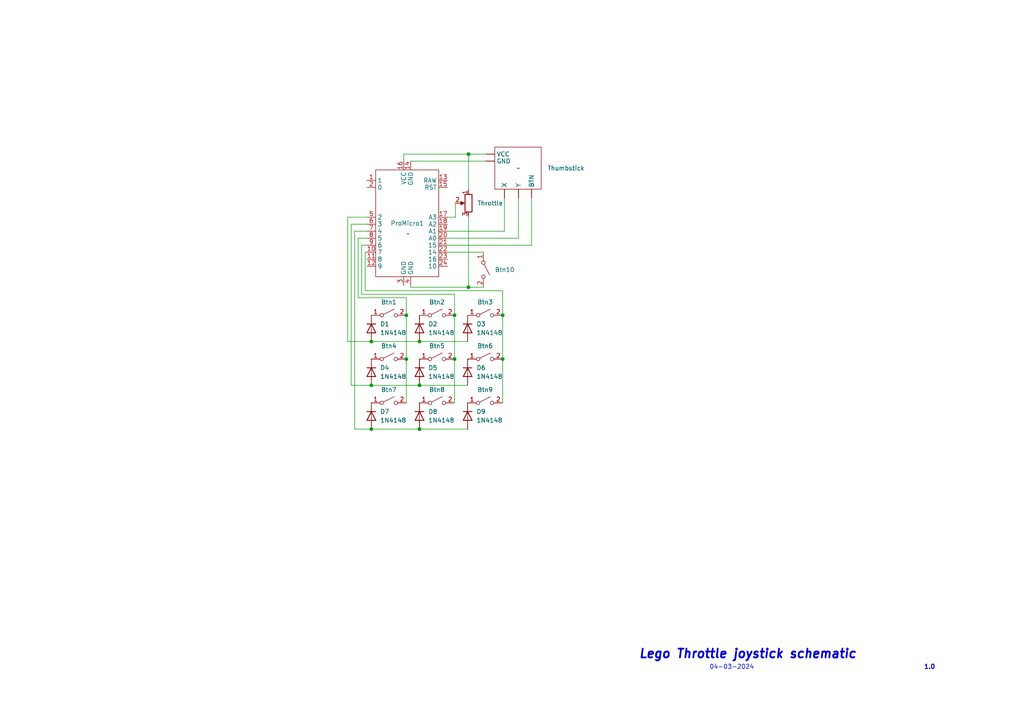
<source format=kicad_sch>
(kicad_sch (version 20230121) (generator eeschema)
  (paper "A4")
  (lib_symbols
    (symbol "Arduino:Arduino_Pro_Micro"
      (property "Reference" "ProMicro" (at 0 0 0))
      (symbol "Arduino_Pro_Micro_0_1"
        (rectangle (start -9.144 15.494) (end 9.144 -15.494))
      )
      (symbol "Arduino_Pro_Micro_1_1"
        (pin bidirectional line (at -11.684 12.446 0) (length 2.54) (name "1") (number "1"))
        (pin bidirectional line (at -11.684 -8.382 0) (length 2.54) (name "7") (number "10"))
        (pin bidirectional line (at -11.684 -10.414 0) (length 2.54) (name "8") (number "11"))
        (pin bidirectional line (at -11.684 -12.446 0) (length 2.54) (name "9") (number "12"))
        (pin input line (at 11.684 12.446 180) (length 2.54) (name "RAW") (number "13"))
        (pin bidirectional line (at 1.016 18.034 270) (length 2.54) (name "GND") (number "14"))
        (pin input line (at 11.684 10.414 180) (length 2.54) (name "RST") (number "15"))
        (pin bidirectional line (at -1.016 18.034 270) (length 2.54) (name "VCC") (number "16"))
        (pin bidirectional line (at 11.684 1.778 180) (length 2.54) (name "A3") (number "17"))
        (pin bidirectional line (at 11.684 -0.254 180) (length 2.54) (name "A2") (number "18"))
        (pin bidirectional line (at 11.684 -2.286 180) (length 2.54) (name "A1") (number "19"))
        (pin bidirectional line (at -11.684 10.414 0) (length 2.54) (name "0") (number "2"))
        (pin bidirectional line (at 11.684 -4.318 180) (length 2.54) (name "A0") (number "20"))
        (pin bidirectional line (at 11.684 -6.35 180) (length 2.54) (name "15") (number "21"))
        (pin bidirectional line (at 11.684 -8.382 180) (length 2.54) (name "14") (number "22"))
        (pin bidirectional line (at 11.684 -10.414 180) (length 2.54) (name "16") (number "23"))
        (pin bidirectional line (at 11.684 -12.446 180) (length 2.54) (name "10") (number "24"))
        (pin bidirectional line (at -1.016 -18.034 90) (length 2.54) (name "GND") (number "3"))
        (pin bidirectional line (at 1.016 -18.034 90) (length 2.54) (name "GND") (number "4"))
        (pin bidirectional line (at -11.684 1.778 0) (length 2.54) (name "2") (number "5"))
        (pin bidirectional line (at -11.684 -0.254 0) (length 2.54) (name "3") (number "6"))
        (pin bidirectional line (at -11.684 -2.286 0) (length 2.54) (name "4") (number "7"))
        (pin bidirectional line (at -11.684 -4.318 0) (length 2.54) (name "5") (number "8"))
        (pin bidirectional line (at -11.684 -6.35 0) (length 2.54) (name "6") (number "9"))
      )
    )
    (symbol "Device:R_Potentiometer" (pin_names (offset 1.016) hide)
      (property "Reference" "RV" (at -4.445 0 90))
      (property "Value" "R_Potentiometer" (at -2.54 0 90))
      (symbol "R_Potentiometer_0_1"
        (polyline (pts (xy 2.54 0) (xy 1.524 0)))
        (polyline (pts (xy 1.143 0) (xy 2.286 0.508) (xy 2.286 -0.508) (xy 1.143 0)) (fill (type outline)))
        (rectangle (start 1.016 2.54) (end -1.016 -2.54) (stroke (width 0.254)))
      )
      (symbol "R_Potentiometer_1_1"
        (pin passive line (at 0 3.81 270) (length 1.27) (name "1") (number "1"))
        (pin passive line (at 3.81 0 180) (length 1.27) (name "2") (number "2"))
        (pin passive line (at 0 -3.81 90) (length 1.27) (name "3") (number "3"))
      )
    )
    (symbol "Diode:1N4148" (pin_numbers hide) (pin_names hide)
      (property "Reference" "D" (at 0 2.54 0))
      (property "Value" "1N4148" (at 0 -2.54 0))
      (symbol "1N4148_0_1"
        (polyline (pts (xy -1.27 1.27) (xy -1.27 -1.27)) (stroke (width 0.254)))
        (polyline (pts (xy 1.27 0) (xy -1.27 0)))
        (polyline (pts (xy 1.27 1.27) (xy 1.27 -1.27) (xy -1.27 0) (xy 1.27 1.27)) (stroke (width 0.254)))
      )
      (symbol "1N4148_1_1"
        (pin passive line (at -3.81 0 0) (length 2.54) (name "K") (number "1"))
        (pin passive line (at 3.81 0 180) (length 2.54) (name "A") (number "2"))
      )
    )
    (symbol "HumanInterface:Joystick"
      (property "Reference" "Joystick" (at 0 0 0))
      (symbol "Joystick_0_1"
        (rectangle (start -6.858 6.096) (end 6.604 -6.096))
      )
      (symbol "Joystick_1_1"
        (pin output line (at 3.81 -8.636 90) (length 2.54) (name "BTN") (number ""))
        (pin bidirectional line (at -9.398 2.032 0) (length 2.54) (name "GND") (number ""))
        (pin input line (at -9.398 4.064 0) (length 2.54) (name "VCC") (number ""))
        (pin output line (at -4.064 -8.636 90) (length 2.54) (name "X") (number ""))
        (pin output line (at 0 -8.636 90) (length 2.54) (name "Y") (number ""))
      )
    )
    (symbol "Switch:SW_SPST" (pin_names (offset 0) hide)
      (property "Reference" "SW" (at 0 3.175 0))
      (property "Value" "SW_SPST" (at 0 -2.54 0))
      (symbol "SW_SPST_0_0"
        (circle (center -2.032 0) (radius 0.508))
        (polyline (pts (xy -1.524 0.254) (xy 1.524 1.778)))
        (circle (center 2.032 0) (radius 0.508))
      )
      (symbol "SW_SPST_1_1"
        (pin passive line (at -5.08 0 0) (length 2.54) (name "A") (number "1"))
        (pin passive line (at 5.08 0 180) (length 2.54) (name "B") (number "2"))
      )
    )
  )
  (junction (at 131.826 104.14))
  (junction (at 117.856 91.44))
  (junction (at 121.666 111.76))
  (junction (at 107.696 99.06))
  (junction (at 107.696 124.46))
  (junction (at 145.796 104.14))
  (junction (at 117.856 104.14))
  (junction (at 135.89 83.312))
  (junction (at 107.696 111.76))
  (junction (at 131.826 91.44))
  (junction (at 135.89 44.704))
  (junction (at 121.666 99.06))
  (junction (at 145.796 91.44))
  (junction (at 121.666 124.46))
  (wire (pts (xy 129.794 62.992) (xy 132.08 62.992)))
  (wire (pts (xy 146.304 57.404) (xy 146.304 67.056)))
  (wire (pts (xy 145.796 84.328) (xy 145.796 91.44)))
  (wire (pts (xy 129.794 73.152) (xy 140.208 73.152)))
  (wire (pts (xy 117.094 44.704) (xy 135.89 44.704)))
  (wire (pts (xy 106.426 69.088) (xy 103.886 69.088)))
  (wire (pts (xy 107.696 111.76) (xy 121.666 111.76)))
  (wire (pts (xy 106.426 67.056) (xy 102.87 67.056)))
  (wire (pts (xy 107.696 99.06) (xy 121.666 99.06)))
  (wire (pts (xy 154.178 57.404) (xy 154.178 71.12)))
  (wire (pts (xy 101.854 111.76) (xy 107.696 111.76)))
  (wire (pts (xy 135.89 44.704) (xy 135.89 55.118)))
  (wire (pts (xy 135.89 83.312) (xy 140.208 83.312)))
  (wire (pts (xy 103.886 86.36) (xy 117.856 86.36)))
  (wire (pts (xy 103.886 69.088) (xy 103.886 86.36)))
  (wire (pts (xy 117.856 104.14) (xy 117.856 116.84)))
  (wire (pts (xy 121.666 111.76) (xy 135.636 111.76)))
  (wire (pts (xy 135.89 44.704) (xy 140.97 44.704)))
  (wire (pts (xy 121.666 124.46) (xy 135.636 124.46)))
  (wire (pts (xy 102.87 124.46) (xy 107.696 124.46)))
  (wire (pts (xy 119.126 46.736) (xy 140.97 46.736)))
  (wire (pts (xy 104.902 71.12) (xy 106.426 71.12)))
  (wire (pts (xy 131.826 85.344) (xy 104.902 85.344)))
  (wire (pts (xy 101.854 65.024) (xy 106.426 65.024)))
  (wire (pts (xy 150.368 57.404) (xy 150.368 69.088)))
  (wire (pts (xy 131.826 91.44) (xy 131.826 104.14)))
  (wire (pts (xy 145.796 104.14) (xy 145.796 116.84)))
  (wire (pts (xy 107.696 124.46) (xy 121.666 124.46)))
  (wire (pts (xy 129.794 67.056) (xy 146.304 67.056)))
  (wire (pts (xy 121.666 99.06) (xy 135.636 99.06)))
  (wire (pts (xy 135.89 62.738) (xy 135.89 83.312)))
  (wire (pts (xy 129.794 71.12) (xy 154.178 71.12)))
  (wire (pts (xy 131.826 91.44) (xy 131.826 85.344)))
  (wire (pts (xy 145.796 91.44) (xy 145.796 104.14)))
  (wire (pts (xy 129.794 69.088) (xy 150.368 69.088)))
  (wire (pts (xy 119.126 83.312) (xy 135.89 83.312)))
  (wire (pts (xy 117.856 86.36) (xy 117.856 91.44)))
  (wire (pts (xy 119.126 83.312) (xy 119.126 82.804)))
  (wire (pts (xy 104.902 85.344) (xy 104.902 71.12)))
  (wire (pts (xy 117.856 91.44) (xy 117.856 104.14)))
  (wire (pts (xy 106.426 73.152) (xy 105.918 73.152)))
  (wire (pts (xy 105.918 73.152) (xy 105.918 84.328)))
  (wire (pts (xy 100.838 99.06) (xy 107.696 99.06)))
  (wire (pts (xy 100.838 62.992) (xy 106.426 62.992)))
  (wire (pts (xy 102.87 67.056) (xy 102.87 124.46)))
  (wire (pts (xy 100.838 62.992) (xy 100.838 99.06)))
  (wire (pts (xy 117.094 46.736) (xy 117.094 44.704)))
  (wire (pts (xy 131.826 104.14) (xy 131.826 116.84)))
  (wire (pts (xy 105.918 84.328) (xy 145.796 84.328)))
  (wire (pts (xy 101.854 65.024) (xy 101.854 111.76)))
  (wire (pts (xy 132.08 62.992) (xy 132.08 58.928)))
  (text "1.0" (at 267.97 194.31 0) (effects (font (size 1.27 1.27) (thickness 0.254) bold) (justify left bottom)))
  (text "Lego Throttle joystick schematic" (at 185.166 191.262 0) (effects (font (size 2.54 2.54) (thickness 0.508) bold italic) (justify left bottom)))
  (text "04-03-2024" (at 205.74 194.31 0) (effects (font (size 1.27 1.27)) (justify left bottom)))
  (symbol (lib_id "Switch:SW_SPST") (at 140.716 91.44 0) (unit 1)
    (property "Reference" "Btn3" (at 140.716 87.63 0))
    (property "Value" "SW_SPST" (effects hide))
  )
  (symbol (lib_id "Diode:1N4148") (at 107.696 120.65 270) (unit 1)
    (property "Reference" "D7" (at 110.236 119.38 90) (effects (justify left)))
    (property "Value" "1N4148" (at 110.236 121.92 90) (effects (justify left)))
    (property "Footprint" "Diode_THT:D_DO-35_SOD27_P7.62mm_Horizontal" (effects hide))
    (property "Datasheet" "https://assets.nexperia.com/documents/data-sheet/1N4148_1N4448.pdf" (effects hide))
    (property "Sim.Device" "D" (effects hide))
    (property "Sim.Pins" "1=K 2=A" (effects hide))
  )
  (symbol (lib_id "Diode:1N4148") (at 107.696 95.25 270) (unit 1)
    (property "Reference" "D1" (at 110.236 93.98 90) (effects (justify left)))
    (property "Value" "1N4148" (at 110.236 96.52 90) (effects (justify left)))
    (property "Footprint" "Diode_THT:D_DO-35_SOD27_P7.62mm_Horizontal" (effects hide))
    (property "Datasheet" "https://assets.nexperia.com/documents/data-sheet/1N4148_1N4448.pdf" (effects hide))
    (property "Sim.Device" "D" (effects hide))
    (property "Sim.Pins" "1=K 2=A" (effects hide))
  )
  (symbol (lib_id "Diode:1N4148") (at 121.666 120.65 270) (unit 1)
    (property "Reference" "D8" (at 124.206 119.38 90) (effects (justify left)))
    (property "Value" "1N4148" (at 124.206 121.92 90) (effects (justify left)))
    (property "Footprint" "Diode_THT:D_DO-35_SOD27_P7.62mm_Horizontal" (effects hide))
    (property "Datasheet" "https://assets.nexperia.com/documents/data-sheet/1N4148_1N4448.pdf" (effects hide))
    (property "Sim.Device" "D" (effects hide))
    (property "Sim.Pins" "1=K 2=A" (effects hide))
  )
  (symbol (lib_id "Switch:SW_SPST") (at 112.776 116.84 0) (unit 1)
    (property "Reference" "Btn7" (at 112.776 113.03 0))
    (property "Value" "SW_SPST" (effects hide))
  )
  (symbol (lib_id "Diode:1N4148") (at 121.666 95.25 270) (unit 1)
    (property "Reference" "D2" (at 124.206 93.98 90) (effects (justify left)))
    (property "Value" "1N4148" (at 124.206 96.52 90) (effects (justify left)))
    (property "Footprint" "Diode_THT:D_DO-35_SOD27_P7.62mm_Horizontal" (effects hide))
    (property "Datasheet" "https://assets.nexperia.com/documents/data-sheet/1N4148_1N4448.pdf" (effects hide))
    (property "Sim.Device" "D" (effects hide))
    (property "Sim.Pins" "1=K 2=A" (effects hide))
  )
  (symbol (lib_id "Switch:SW_SPST") (at 112.776 104.14 0) (unit 1)
    (property "Reference" "Btn4" (at 112.776 100.33 0))
    (property "Value" "SW_SPST" (effects hide))
  )
  (symbol (lib_id "Switch:SW_SPST") (at 126.746 104.14 0) (unit 1)
    (property "Reference" "Btn5" (at 126.746 100.33 0))
    (property "Value" "SW_SPST" (effects hide))
  )
  (symbol (lib_id "Arduino:Arduino_Pro_Micro") (at 118.11 64.77 0) (unit 1)
    (property "Reference" "ProMicro1" (at 118.11 64.77 0))
    (property "Value" "~" (at 118.364 67.818 0))
  )
  (symbol (lib_id "HumanInterface:Joystick") (at 150.368 48.768 0) (unit 1)
    (property "Reference" "Thumbstick" (at 158.75 48.768 0) (effects (justify left)))
    (property "Value" "~" (at 150.368 48.768 0))
  )
  (symbol (lib_id "Switch:SW_SPST") (at 112.776 91.44 0) (unit 1)
    (property "Reference" "Btn1" (at 112.776 87.63 0))
    (property "Value" "SW_SPST" (effects hide))
  )
  (symbol (lib_id "Diode:1N4148") (at 121.666 107.95 270) (unit 1)
    (property "Reference" "D5" (at 124.206 106.68 90) (effects (justify left)))
    (property "Value" "1N4148" (at 124.206 109.22 90) (effects (justify left)))
    (property "Footprint" "Diode_THT:D_DO-35_SOD27_P7.62mm_Horizontal" (effects hide))
    (property "Datasheet" "https://assets.nexperia.com/documents/data-sheet/1N4148_1N4448.pdf" (effects hide))
    (property "Sim.Device" "D" (effects hide))
    (property "Sim.Pins" "1=K 2=A" (effects hide))
  )
  (symbol (lib_id "Diode:1N4148") (at 135.636 107.95 270) (unit 1)
    (property "Reference" "D6" (at 138.176 106.68 90) (effects (justify left)))
    (property "Value" "1N4148" (at 138.176 109.22 90) (effects (justify left)))
    (property "Footprint" "Diode_THT:D_DO-35_SOD27_P7.62mm_Horizontal" (effects hide))
    (property "Datasheet" "https://assets.nexperia.com/documents/data-sheet/1N4148_1N4448.pdf" (effects hide))
    (property "Sim.Device" "D" (effects hide))
    (property "Sim.Pins" "1=K 2=A" (effects hide))
  )
  (symbol (lib_id "Switch:SW_SPST") (at 126.746 91.44 0) (unit 1)
    (property "Reference" "Btn2" (at 126.746 87.63 0))
    (property "Value" "SW_SPST" (effects hide))
  )
  (symbol (lib_id "Diode:1N4148") (at 107.696 107.95 270) (unit 1)
    (property "Reference" "D4" (at 110.236 106.68 90) (effects (justify left)))
    (property "Value" "1N4148" (at 110.236 109.22 90) (effects (justify left)))
    (property "Footprint" "Diode_THT:D_DO-35_SOD27_P7.62mm_Horizontal" (effects hide))
    (property "Datasheet" "https://assets.nexperia.com/documents/data-sheet/1N4148_1N4448.pdf" (effects hide))
    (property "Sim.Device" "D" (effects hide))
    (property "Sim.Pins" "1=K 2=A" (effects hide))
  )
  (symbol (lib_id "Diode:1N4148") (at 135.636 95.25 270) (unit 1)
    (property "Reference" "D3" (at 138.176 93.98 90) (effects (justify left)))
    (property "Value" "1N4148" (at 138.176 96.52 90) (effects (justify left)))
    (property "Footprint" "Diode_THT:D_DO-35_SOD27_P7.62mm_Horizontal" (effects hide))
    (property "Datasheet" "https://assets.nexperia.com/documents/data-sheet/1N4148_1N4448.pdf" (effects hide))
    (property "Sim.Device" "D" (effects hide))
    (property "Sim.Pins" "1=K 2=A" (effects hide))
  )
  (symbol (lib_id "Device:R_Potentiometer") (at 135.89 58.928 0) (mirror y) (unit 1)
    (property "Reference" "Throttle" (at 138.43 58.928 0) (effects (justify right)))
    (property "Value" "R_Potentiometer" (effects hide))
  )
  (symbol (lib_id "Switch:SW_SPST") (at 140.208 78.232 270) (unit 1)
    (property "Reference" "Btn10" (at 143.51 78.232 90) (effects (justify left)))
    (property "Value" "SW_SPST" (effects hide))
  )
  (symbol (lib_id "Switch:SW_SPST") (at 140.716 116.84 0) (unit 1)
    (property "Reference" "Btn9" (at 140.716 113.03 0))
    (property "Value" "SW_SPST" (effects hide))
  )
  (symbol (lib_id "Diode:1N4148") (at 135.636 120.65 270) (unit 1)
    (property "Reference" "D9" (at 138.176 119.38 90) (effects (justify left)))
    (property "Value" "1N4148" (at 138.176 121.92 90) (effects (justify left)))
    (property "Footprint" "Diode_THT:D_DO-35_SOD27_P7.62mm_Horizontal" (effects hide))
    (property "Datasheet" "https://assets.nexperia.com/documents/data-sheet/1N4148_1N4448.pdf" (effects hide))
    (property "Sim.Device" "D" (effects hide))
    (property "Sim.Pins" "1=K 2=A" (effects hide))
  )
  (symbol (lib_id "Switch:SW_SPST") (at 140.716 104.14 0) (unit 1)
    (property "Reference" "Btn6" (at 140.716 100.33 0))
    (property "Value" "SW_SPST" (effects hide))
  )
  (symbol (lib_id "Switch:SW_SPST") (at 126.746 116.84 0) (unit 1)
    (property "Reference" "Btn8" (at 126.746 113.03 0))
    (property "Value" "SW_SPST" (effects hide))
  )
)
</source>
